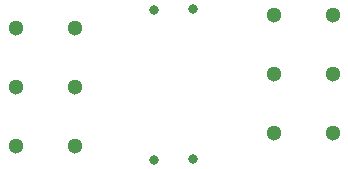
<source format=gbr>
%TF.GenerationSoftware,Altium Limited,Altium Designer,24.7.2 (38)*%
G04 Layer_Color=0*
%FSLAX43Y43*%
%MOMM*%
%TF.SameCoordinates,D15D1D2A-FCB6-4C81-826D-5CEFA5F89A76*%
%TF.FilePolarity,Positive*%
%TF.FileFunction,Plated,1,2,PTH,Drill*%
%TF.Part,Single*%
G01*
G75*
%TA.AperFunction,ComponentDrill*%
%ADD17C,0.800*%
%ADD18C,1.300*%
D17*
X19437Y15054D02*
D03*
Y2354D02*
D03*
X16135Y2227D02*
D03*
Y14927D02*
D03*
D18*
X26250Y4500D02*
D03*
Y9500D02*
D03*
X31250Y4500D02*
D03*
Y9500D02*
D03*
Y14500D02*
D03*
X26250D02*
D03*
X9445Y13458D02*
D03*
Y8458D02*
D03*
X4445Y13458D02*
D03*
Y8458D02*
D03*
Y3458D02*
D03*
X9445D02*
D03*
%TF.MD5,b135e20d75bd0366307a67f2fee6b388*%
M02*

</source>
